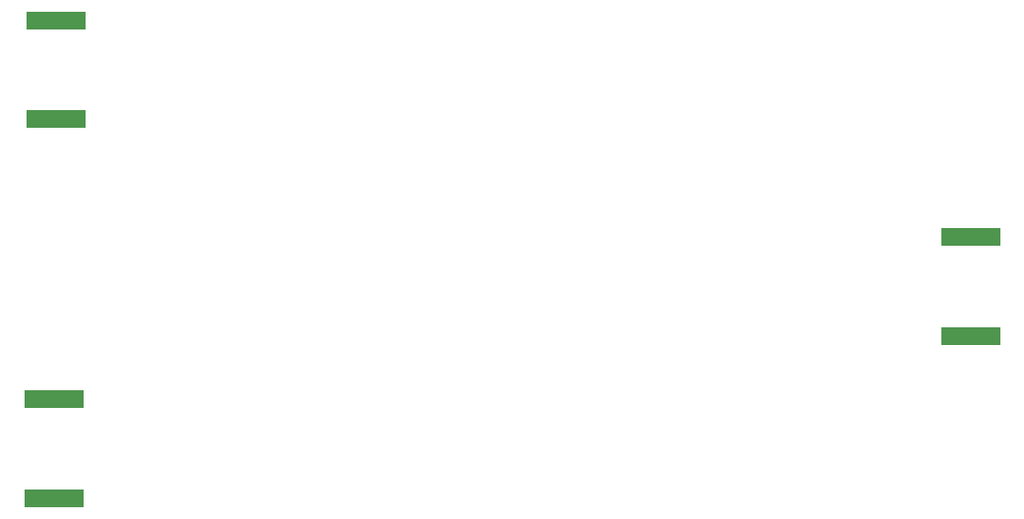
<source format=gbp>
%TF.GenerationSoftware,KiCad,Pcbnew,(6.0.1)*%
%TF.CreationDate,2022-02-10T09:54:43+00:00*%
%TF.ProjectId,TrackingGenerator,54726163-6b69-46e6-9747-656e65726174,rev?*%
%TF.SameCoordinates,Original*%
%TF.FileFunction,Paste,Bot*%
%TF.FilePolarity,Positive*%
%FSLAX46Y46*%
G04 Gerber Fmt 4.6, Leading zero omitted, Abs format (unit mm)*
G04 Created by KiCad (PCBNEW (6.0.1)) date 2022-02-10 09:54:43*
%MOMM*%
%LPD*%
G01*
G04 APERTURE LIST*
%ADD10R,5.080000X1.500000*%
G04 APERTURE END LIST*
D10*
%TO.C,J4*%
X151937500Y-107100000D03*
X151937500Y-115600000D03*
%TD*%
%TO.C,J1*%
X73202800Y-96960000D03*
X73202800Y-88460000D03*
%TD*%
%TO.C,J2*%
X73028100Y-121073600D03*
X73028100Y-129573600D03*
%TD*%
M02*

</source>
